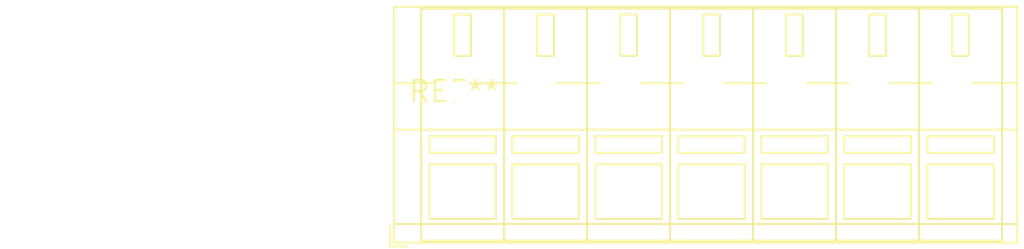
<source format=kicad_pcb>
(kicad_pcb (version 20240108) (generator pcbnew)
  (layers (0 "F.Cu" signal) (31 "B.Cu" signal) (34 "B.Paste" user) (35 "F.Paste" user) (36 "B.SilkS" user "B.Silkscreen") (37 "F.SilkS" user "F.Silkscreen") (38 "B.Mask" user) (39 "F.Mask" user) (44 "Edge.Cuts" user))
  (net 0 "")
  (footprint "TerminalBlock_WAGO_236-107_1x07_P5.00mm_45Degree" (layer "F.Cu") (at 0 0)
    (property "Reference" "REF**")
    (property "Value" "TerminalBlock_WAGO_236-107_1x07_P5.00mm_45Degree")
    (fp_line (start -3.86 8.12) (end -3.86 9.36) (layer "F.SilkS") (stroke (width 0.12)))
    (fp_line (start -3.86 9.36) (end -2.86 9.36) (layer "F.SilkS") (stroke (width 0.12)))
    (fp_line (start -3.62 -5.12) (end -3.62 9.12) (layer "F.SilkS") (stroke (width 0.12)))
    (fp_line (start -3.62 -5.12) (end 33.92 -5.12) (layer "F.SilkS") (stroke (width 0.12)))
    (fp_line (start -3.62 -0.5) (end -1.23 -0.5) (layer "F.SilkS") (stroke (width 0.12)))
    (fp_line (start -3.62 2.3) (end 33.92 2.3) (layer "F.SilkS") (stroke (width 0.12)))
    (fp_line (start -3.62 8) (end 33.92 8) (layer "F.SilkS") (stroke (width 0.12)))
    (fp_line (start -3.62 9.12) (end 33.92 9.12) (layer "F.SilkS") (stroke (width 0.12)))
    (fp_line (start -2 -5) (end -2 9) (layer "F.SilkS") (stroke (width 0.12)))
    (fp_line (start -2 -5) (end 3 -5) (layer "F.SilkS") (stroke (width 0.12)))
    (fp_line (start -2 9) (end 3 9) (layer "F.SilkS") (stroke (width 0.12)))
    (fp_line (start -1.5 2.7) (end -1.5 3.7) (layer "F.SilkS") (stroke (width 0.12)))
    (fp_line (start -1.5 2.7) (end 2.5 2.7) (layer "F.SilkS") (stroke (width 0.12)))
    (fp_line (start -1.5 3.7) (end 2.5 3.7) (layer "F.SilkS") (stroke (width 0.12)))
    (fp_line (start -1.5 4.4) (end -1.5 7.7) (layer "F.SilkS") (stroke (width 0.12)))
    (fp_line (start -1.5 4.4) (end 2.5 4.4) (layer "F.SilkS") (stroke (width 0.12)))
    (fp_line (start -1.5 7.7) (end 2.5 7.7) (layer "F.SilkS") (stroke (width 0.12)))
    (fp_line (start 0 -4.65) (end 0 -2.151) (layer "F.SilkS") (stroke (width 0.12)))
    (fp_line (start 0 -4.65) (end 1 -4.65) (layer "F.SilkS") (stroke (width 0.12)))
    (fp_line (start 0 -2.151) (end 1 -2.151) (layer "F.SilkS") (stroke (width 0.12)))
    (fp_line (start 1 -4.65) (end 1 -2.151) (layer "F.SilkS") (stroke (width 0.12)))
    (fp_line (start 1.23 -0.5) (end 3.77 -0.5) (layer "F.SilkS") (stroke (width 0.12)))
    (fp_line (start 2.5 2.7) (end 2.5 3.7) (layer "F.SilkS") (stroke (width 0.12)))
    (fp_line (start 2.5 4.4) (end 2.5 7.7) (layer "F.SilkS") (stroke (width 0.12)))
    (fp_line (start 3 -5) (end 3 9) (layer "F.SilkS") (stroke (width 0.12)))
    (fp_line (start 3 -5) (end 3 9) (layer "F.SilkS") (stroke (width 0.12)))
    (fp_line (start 3 -5) (end 8 -5) (layer "F.SilkS") (stroke (width 0.12)))
    (fp_line (start 3 9) (end 8 9) (layer "F.SilkS") (stroke (width 0.12)))
    (fp_line (start 3.5 2.7) (end 3.5 3.7) (layer "F.SilkS") (stroke (width 0.12)))
    (fp_line (start 3.5 2.7) (end 7.5 2.7) (layer "F.SilkS") (stroke (width 0.12)))
    (fp_line (start 3.5 3.7) (end 7.5 3.7) (layer "F.SilkS") (stroke (width 0.12)))
    (fp_line (start 3.5 4.4) (end 3.5 7.7) (layer "F.SilkS") (stroke (width 0.12)))
    (fp_line (start 3.5 4.4) (end 7.5 4.4) (layer "F.SilkS") (stroke (width 0.12)))
    (fp_line (start 3.5 7.7) (end 7.5 7.7) (layer "F.SilkS") (stroke (width 0.12)))
    (fp_line (start 5 -4.65) (end 5 -2.151) (layer "F.SilkS") (stroke (width 0.12)))
    (fp_line (start 5 -4.65) (end 6 -4.65) (layer "F.SilkS") (stroke (width 0.12)))
    (fp_line (start 5 -2.151) (end 6 -2.151) (layer "F.SilkS") (stroke (width 0.12)))
    (fp_line (start 6 -4.65) (end 6 -2.151) (layer "F.SilkS") (stroke (width 0.12)))
    (fp_line (start 6.23 -0.5) (end 8.77 -0.5) (layer "F.SilkS") (stroke (width 0.12)))
    (fp_line (start 7.5 2.7) (end 7.5 3.7) (layer "F.SilkS") (stroke (width 0.12)))
    (fp_line (start 7.5 4.4) (end 7.5 7.7) (layer "F.SilkS") (stroke (width 0.12)))
    (fp_line (start 8 -5) (end 8 9) (layer "F.SilkS") (stroke (width 0.12)))
    (fp_line (start 8 -5) (end 8 9) (layer "F.SilkS") (stroke (width 0.12)))
    (fp_line (start 8 -5) (end 13 -5) (layer "F.SilkS") (stroke (width 0.12)))
    (fp_line (start 8 9) (end 13 9) (layer "F.SilkS") (stroke (width 0.12)))
    (fp_line (start 8.5 2.7) (end 8.5 3.7) (layer "F.SilkS") (stroke (width 0.12)))
    (fp_line (start 8.5 2.7) (end 12.5 2.7) (layer "F.SilkS") (stroke (width 0.12)))
    (fp_line (start 8.5 3.7) (end 12.5 3.7) (layer "F.SilkS") (stroke (width 0.12)))
    (fp_line (start 8.5 4.4) (end 8.5 7.7) (layer "F.SilkS") (stroke (width 0.12)))
    (fp_line (start 8.5 4.4) (end 12.5 4.4) (layer "F.SilkS") (stroke (width 0.12)))
    (fp_line (start 8.5 7.7) (end 12.5 7.7) (layer "F.SilkS") (stroke (width 0.12)))
    (fp_line (start 10 -4.65) (end 10 -2.151) (layer "F.SilkS") (stroke (width 0.12)))
    (fp_line (start 10 -4.65) (end 11 -4.65) (layer "F.SilkS") (stroke (width 0.12)))
    (fp_line (start 10 -2.151) (end 11 -2.151) (layer "F.SilkS") (stroke (width 0.12)))
    (fp_line (start 11 -4.65) (end 11 -2.151) (layer "F.SilkS") (stroke (width 0.12)))
    (fp_line (start 11.23 -0.5) (end 13.77 -0.5) (layer "F.SilkS") (stroke (width 0.12)))
    (fp_line (start 12.5 2.7) (end 12.5 3.7) (layer "F.SilkS") (stroke (width 0.12)))
    (fp_line (start 12.5 4.4) (end 12.5 7.7) (layer "F.SilkS") (stroke (width 0.12)))
    (fp_line (start 13 -5) (end 13 9) (layer "F.SilkS") (stroke (width 0.12)))
    (fp_line (start 13 -5) (end 13 9) (layer "F.SilkS") (stroke (width 0.12)))
    (fp_line (start 13 -5) (end 18 -5) (layer "F.SilkS") (stroke (width 0.12)))
    (fp_line (start 13 9) (end 18 9) (layer "F.SilkS") (stroke (width 0.12)))
    (fp_line (start 13.5 2.7) (end 13.5 3.7) (layer "F.SilkS") (stroke (width 0.12)))
    (fp_line (start 13.5 2.7) (end 17.5 2.7) (layer "F.SilkS") (stroke (width 0.12)))
    (fp_line (start 13.5 3.7) (end 17.5 3.7) (layer "F.SilkS") (stroke (width 0.12)))
    (fp_line (start 13.5 4.4) (end 13.5 7.7) (layer "F.SilkS") (stroke (width 0.12)))
    (fp_line (start 13.5 4.4) (end 17.5 4.4) (layer "F.SilkS") (stroke (width 0.12)))
    (fp_line (start 13.5 7.7) (end 17.5 7.7) (layer "F.SilkS") (stroke (width 0.12)))
    (fp_line (start 15 -4.65) (end 15 -2.151) (layer "F.SilkS") (stroke (width 0.12)))
    (fp_line (start 15 -4.65) (end 16 -4.65) (layer "F.SilkS") (stroke (width 0.12)))
    (fp_line (start 15 -2.151) (end 16 -2.151) (layer "F.SilkS") (stroke (width 0.12)))
    (fp_line (start 16 -4.65) (end 16 -2.151) (layer "F.SilkS") (stroke (width 0.12)))
    (fp_line (start 16.23 -0.5) (end 18.77 -0.5) (layer "F.SilkS") (stroke (width 0.12)))
    (fp_line (start 17.5 2.7) (end 17.5 3.7) (layer "F.SilkS") (stroke (width 0.12)))
    (fp_line (start 17.5 4.4) (end 17.5 7.7) (layer "F.SilkS") (stroke (width 0.12)))
    (fp_line (start 18 -5) (end 18 9) (layer "F.SilkS") (stroke (width 0.12)))
    (fp_line (start 18 -5) (end 18 9) (layer "F.SilkS") (stroke (width 0.12)))
    (fp_line (start 18 -5) (end 23 -5) (layer "F.SilkS") (stroke (width 0.12)))
    (fp_line (start 18 9) (end 23 9) (layer "F.SilkS") (stroke (width 0.12)))
    (fp_line (start 18.5 2.7) (end 18.5 3.7) (layer "F.SilkS") (stroke (width 0.12)))
    (fp_line (start 18.5 2.7) (end 22.5 2.7) (layer "F.SilkS") (stroke (width 0.12)))
    (fp_line (start 18.5 3.7) (end 22.5 3.7) (layer "F.SilkS") (stroke (width 0.12)))
    (fp_line (start 18.5 4.4) (end 18.5 7.7) (layer "F.SilkS") (stroke (width 0.12)))
    (fp_line (start 18.5 4.4) (end 22.5 4.4) (layer "F.SilkS") (stroke (width 0.12)))
    (fp_line (start 18.5 7.7) (end 22.5 7.7) (layer "F.SilkS") (stroke (width 0.12)))
    (fp_line (start 20 -4.65) (end 20 -2.151) (layer "F.SilkS") (stroke (width 0.12)))
    (fp_line (start 20 -4.65) (end 21 -4.65) (layer "F.SilkS") (stroke (width 0.12)))
    (fp_line (start 20 -2.151) (end 21 -2.151) (layer "F.SilkS") (stroke (width 0.12)))
    (fp_line (start 21 -4.65) (end 21 -2.151) (layer "F.SilkS") (stroke (width 0.12)))
    (fp_line (start 21.23 -0.5) (end 23.77 -0.5) (layer "F.SilkS") (stroke (width 0.12)))
    (fp_line (start 22.5 2.7) (end 22.5 3.7) (layer "F.SilkS") (stroke (width 0.12)))
    (fp_line (start 22.5 4.4) (end 22.5 7.7) (layer "F.SilkS") (stroke (width 0.12)))
    (fp_line (start 23 -5) (end 23 9) (layer "F.SilkS") (stroke (width 0.12)))
    (fp_line (start 23 -5) (end 23 9) (layer "F.SilkS") (stroke (width 0.12)))
    (fp_line (start 23 -5) (end 28 -5) (layer "F.SilkS") (stroke (width 0.12)))
    (fp_line (start 23 9) (end 28 9) (layer "F.SilkS") (stroke (width 0.12)))
    (fp_line (start 23.5 2.7) (end 23.5 3.7) (layer "F.SilkS") (stroke (width 0.12)))
    (fp_line (start 23.5 2.7) (end 27.5 2.7) (layer "F.SilkS") (stroke (width 0.12)))
    (fp_line (start 23.5 3.7) (end 27.5 3.7) (layer "F.SilkS") (stroke (width 0.12)))
    (fp_line (start 23.5 4.4) (end 23.5 7.7) (layer "F.SilkS") (stroke (width 0.12)))
    (fp_line (start 23.5 4.4) (end 27.5 4.4) (layer "F.SilkS") (stroke (width 0.12)))
    (fp_line (start 23.5 7.7) (end 27.5 7.7) (layer "F.SilkS") (stroke (width 0.12)))
    (fp_line (start 25 -4.65) (end 25 -2.151) (layer "F.SilkS") (stroke (width 0.12)))
    (fp_line (start 25 -4.65) (end 26 -4.65) (layer "F.SilkS") (stroke (width 0.12)))
    (fp_line (start 25 -2.151) (end 26 -2.151) (layer "F.SilkS") (stroke (width 0.12)))
    (fp_line (start 26 -4.65) (end 26 -2.151) (layer "F.SilkS") (stroke (width 0.12)))
    (fp_line (start 26.23 -0.5) (end 28.77 -0.5) (layer "F.SilkS") (stroke (width 0.12)))
    (fp_line (start 27.5 2.7) (end 27.5 3.7) (layer "F.SilkS") (stroke (width 0.12)))
    (fp_line (start 27.5 4.4) (end 27.5 7.7) (layer "F.SilkS") (stroke (width 0.12)))
    (fp_line (start 28 -5) (end 28 9) (layer "F.SilkS") (stroke (width 0.12)))
    (fp_line (start 28 -5) (end 28 9) (layer "F.SilkS") (stroke (width 0.12)))
    (fp_line (start 28 -5) (end 33 -5) (layer "F.SilkS") (stroke (width 0.12)))
    (fp_line (start 28 9) (end 33 9) (layer "F.SilkS") (stroke (width 0.12)))
    (fp_line (start 28.5 2.7) (end 28.5 3.7) (layer "F.SilkS") (stroke (width 0.12)))
    (fp_line (start 28.5 2.7) (end 32.5 2.7) (layer "F.SilkS") (stroke (width 0.12)))
    (fp_line (start 28.5 3.7) (end 32.5 3.7) (layer "F.SilkS") (stroke (width 0.12)))
    (fp_line (start 28.5 4.4) (end 28.5 7.7) (layer "F.SilkS") (stroke (width 0.12)))
    (fp_line (start 28.5 4.4) (end 32.5 4.4) (layer "F.SilkS") (stroke (width 0.12)))
    (fp_line (start 28.5 7.7) (end 32.5 7.7) (layer "F.SilkS") (stroke (width 0.12)))
    (fp_line (start 30 -4.65) (end 30 -2.151) (layer "F.SilkS") (stroke (width 0.12)))
    (fp_line (start 30 -4.65) (end 31 -4.65) (layer "F.SilkS") (stroke (width 0.12)))
    (fp_line (start 30 -2.151) (end 31 -2.151) (layer "F.SilkS") (stroke (width 0.12)))
    (fp_line (start 31 -4.65) (end 31 -2.151) (layer "F.SilkS") (stroke (width 0.12)))
    (fp_line (start 31.23 -0.5) (end 33.92 -0.5) (layer "F.SilkS") (stroke (width 0.12)))
    (fp_line (start 32.5 2.7) (end 32.5 3.7) (layer "F.SilkS") (stroke (width 0.12)))
    (fp_line (start 32.5 4.4) (end 32.5 7.7) (layer "F.SilkS") (stroke (width 0.12)))
    (fp_line (start 33 -5) (end 33 9) (layer "F.SilkS") (stroke (width 0.12)))
    (fp_line (start 33.92 -5.12) (end 33.92 9.12) (layer "F.SilkS") (stroke (width 0.12)))
    (pad "1" thru_hole rect (at 0 0) (size 1.5 3) (drill 1.15) (layers *.Cu *.Mask) (remove_unused_layers))
    (pad "2" thru_hole oval (at 5 0) (size 1.5 3) (drill 1.15) (layers *.Cu *.Mask) (remove_unused_layers))
    (pad "3" thru_hole oval (at 10 0) (size 1.5 3) (drill 1.15) (layers *.Cu *.Mask) (remove_unused_layers))
    (pad "4" thru_hole oval (at 15 0) (size 1.5 3) (drill 1.15) (layers *.Cu *.Mask) (remove_unused_layers))
    (pad "5" thru_hole oval (at 20 0) (size 1.5 3) (drill 1.15) (layers *.Cu *.Mask) (remove_unused_layers))
    (pad "6" thru_hole oval (at 25 0) (size 1.5 3) (drill 1.15) (layers *.Cu *.Mask) (remove_unused_layers))
    (pad "7" thru_hole oval (at 30 0) (size 1.5 3) (drill 1.15) (layers *.Cu *.Mask) (remove_unused_layers))
  )
)
</source>
